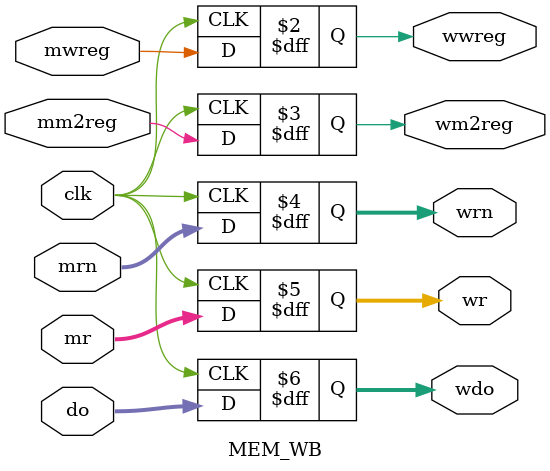
<source format=v>
`timescale 1ns / 1ps

module MEM_WB(clk, mwreg, mm2reg, mrn, mr, do, wwreg, wm2reg, wrn, wr, wdo);
input clk, mwreg, mm2reg;
input [4:0] mrn;
input [31:0] mr, do;
output reg wwreg, wm2reg;
output reg [4:0] wrn;
output reg [31:0] wr, wdo;

always @(posedge clk)
begin
    wwreg = mwreg;
    wm2reg = mm2reg;
    wrn = mrn;
    wr = mr;
    wdo = do;
end
endmodule

</source>
